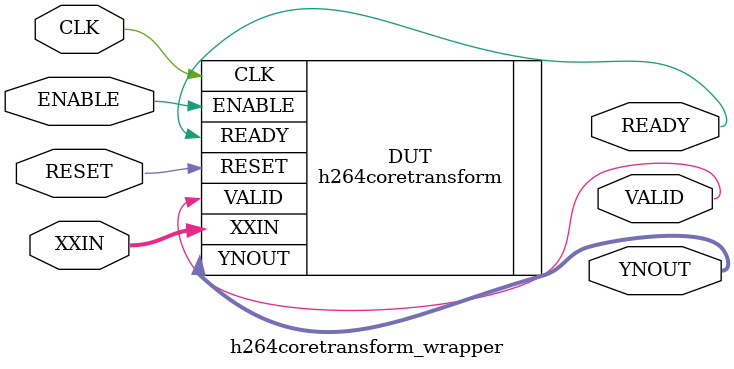
<source format=sv>
module h264coretransform_wrapper(
    // Variable/Signals Declaration
    input  logic CLK,
    input  logic [35:0] XXIN,
    input  logic RESET,
    input  logic ENABLE,
    output logic READY,
    output logic VALID,
    output logic [13:0] YNOUT
);


    // Call Module
    h264coretransform DUT(
        .CLK(CLK),
        .XXIN(XXIN),
        .RESET(RESET),
        .ENABLE(ENABLE),
        .READY(READY),
        .VALID(VALID),
        .YNOUT(YNOUT)
    );

initial
begin
    $dumpfile ("wave.vcd");
    $dumpvars;
end

endmodule
</source>
